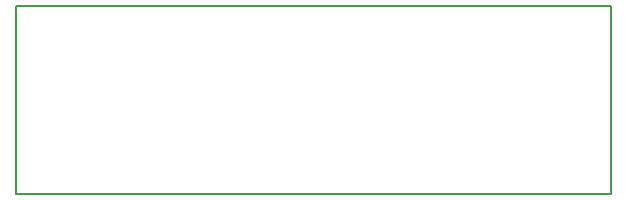
<source format=gm1>
G04 MADE WITH FRITZING*
G04 WWW.FRITZING.ORG*
G04 DOUBLE SIDED*
G04 HOLES PLATED*
G04 CONTOUR ON CENTER OF CONTOUR VECTOR*
%ASAXBY*%
%FSLAX23Y23*%
%MOIN*%
%OFA0B0*%
%SFA1.0B1.0*%
%ADD10R,1.990140X0.635732*%
%ADD11C,0.008000*%
%ADD10C,0.008*%
%LNCONTOUR*%
G90*
G70*
G54D10*
G54D11*
X4Y632D02*
X1986Y632D01*
X1986Y4D01*
X4Y4D01*
X4Y632D01*
D02*
G04 End of contour*
M02*
</source>
